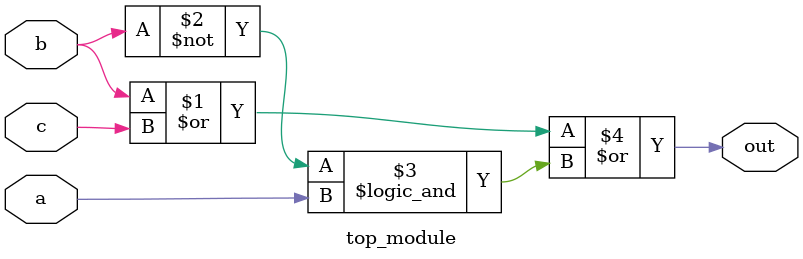
<source format=v>
module top_module(
    input a,
    input b,
    input c,
    output out  ); 
    assign out=b|c|((~b)&&a);
endmodule

</source>
